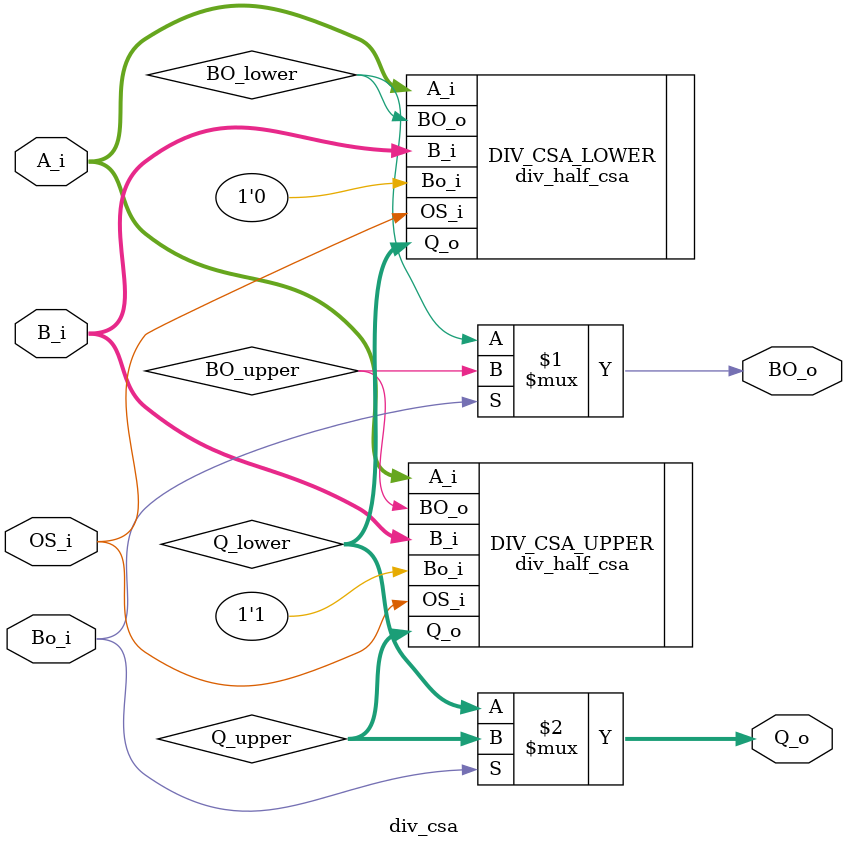
<source format=sv>
`timescale 1ns / 1ps


module div_csa(
    input [7:0]  A_i,
    input [7:0]  B_i,
    input        Bo_i,
				 
    input        OS_i,

    output       BO_o,
    output [7:0] Q_o
);

wire       BO_upper;
wire       BO_lower;
wire [7:0] Q_upper;
wire [7:0] Q_lower;

assign BO_o = Bo_i ? BO_upper : BO_lower;
assign Q_o  = Bo_i ? Q_upper  : Q_lower;

div_half_csa DIV_CSA_UPPER (
    .A_i  (A_i      ),
    .B_i  (B_i      ),
    .Bo_i (1'b1     ),
			        
    .OS_i (OS_i     ),
    .BO_o (BO_upper ),
    .Q_o  (Q_upper  )
);

div_half_csa DIV_CSA_LOWER (
    .A_i  (A_i      ),
    .B_i  (B_i      ),
    .Bo_i (1'b0     ),
			        
    .OS_i (OS_i     ),
    .BO_o (BO_lower ),
    .Q_o  (Q_lower  )
);

endmodule

</source>
